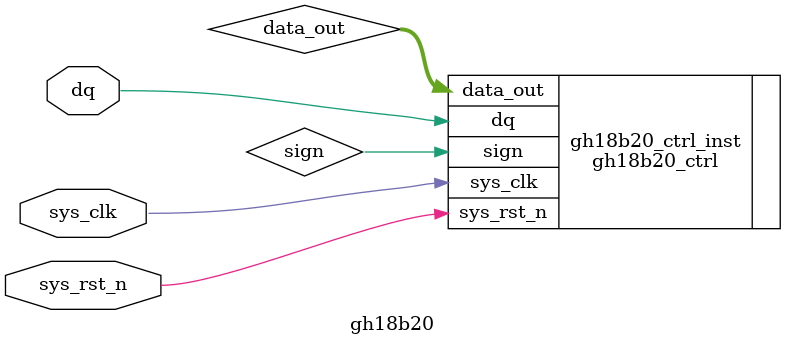
<source format=v>
module gh18b20
(
input wire sys_clk , //ÏµÍ³Ê±ÖÓ£¬ÆµÂÊ50MHz
input wire sys_rst_n , //¸´Î»ÐÅºÅ£¬µÍµçÆ½ÓÐÐ§

inout wire dq  //Êý¾Ý×ÜÏß

);

////
//\* Parameter and Internal Signal \//
////

//wire define
wire [19:0] data_out ;
wire sign ;

////
//\* Instantiation \//
////

//-------------gh18b20_ctrl_inst--------------
gh18b20_ctrl gh18b20_ctrl_inst
(
.sys_clk (sys_clk ), //ÏµÍ³Ê±ÖÓ£¬ÆµÂÊ50MHz
.sys_rst_n (sys_rst_n), //¸´Î»ÐÅºÅ£¬µÍµçÆ½ÓÐÐ§

.dq (dq ), //Êý¾Ý×ÜÏß

.data_out (data_out ), //Êä³öÎÂ¶È
.sign (sign ) //Êä³öÎÂ¶È·ûºÅÎ»

);



endmodule
</source>
